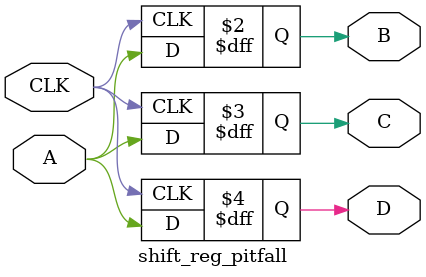
<source format=sv>
module shift_reg_pitfall(CLK,A,B,C,D);
  input CLK,A;
  output reg B,C,D;

// Instead of Non-Blocking Assignment, if you place = assignments inside of an 
// always@(posedge Clock) block to produce the shift register, you instead get 
// the parallel registers
  
//   always @(posedge CLK) begin
//  	B <= A ;
// 	C <= B ;
// 	D <= C ;
//   end

  
always @(posedge CLK) begin
   	    B = A ;
	    C = B ;
	    D = C ;
end

endmodule

</source>
